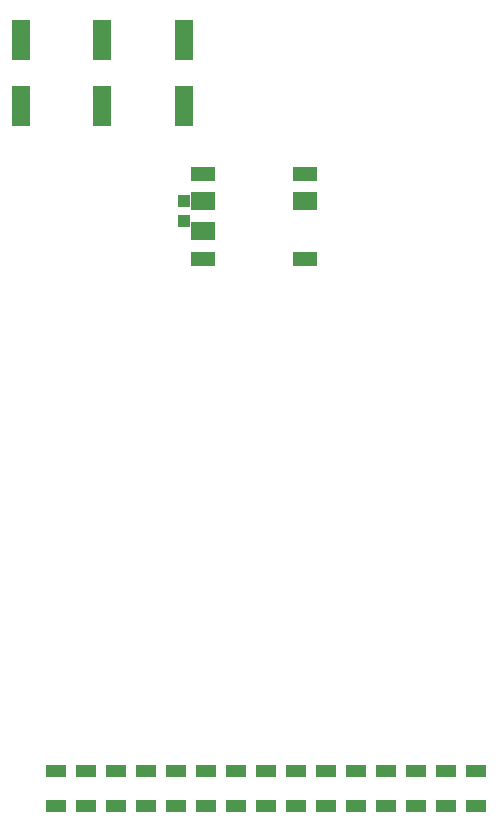
<source format=gtp>
G04*
G04 #@! TF.GenerationSoftware,Altium Limited,Altium Designer,23.0.1 (38)*
G04*
G04 Layer_Color=8421504*
%FSTAX44Y44*%
%MOMM*%
G71*
G04*
G04 #@! TF.SameCoordinates,819F8F0F-2E7A-4D06-A50E-73C9B09E9D71*
G04*
G04*
G04 #@! TF.FilePolarity,Positive*
G04*
G01*
G75*
%ADD14R,1.6000X3.5000*%
%ADD15R,2.0320X1.1684*%
%ADD16R,2.0320X1.5240*%
%ADD17R,1.8000X1.0000*%
%ADD18R,1.0000X1.1000*%
D14*
X00171958Y00679256D02*
D03*
Y00623256D02*
D03*
X00103124Y00679256D02*
D03*
Y00623256D02*
D03*
X00034544Y00679256D02*
D03*
Y00623256D02*
D03*
D15*
X00188468Y00566446D02*
D03*
Y00493802D02*
D03*
X00274828D02*
D03*
Y00566446D02*
D03*
D16*
X00188468Y00542824D02*
D03*
X00274828D02*
D03*
X00188468Y00517424D02*
D03*
D17*
X00419862Y00060706D02*
D03*
Y00030706D02*
D03*
X00394462Y00060706D02*
D03*
Y00030706D02*
D03*
X00369062D02*
D03*
Y00060706D02*
D03*
X00343662D02*
D03*
Y00030706D02*
D03*
X00318262Y00060706D02*
D03*
Y00030706D02*
D03*
X00292862Y00060706D02*
D03*
Y00030706D02*
D03*
X00267462Y00060706D02*
D03*
Y00030706D02*
D03*
X00242062Y00060706D02*
D03*
Y00030706D02*
D03*
X00216662Y00060706D02*
D03*
Y00030706D02*
D03*
X00191262Y00060706D02*
D03*
Y00030706D02*
D03*
X00165862Y00060706D02*
D03*
Y00030706D02*
D03*
X00140462Y00060706D02*
D03*
Y00030706D02*
D03*
X00115062Y00060706D02*
D03*
Y00030706D02*
D03*
X00089662Y00060706D02*
D03*
Y00030706D02*
D03*
X00064262Y00060706D02*
D03*
Y00030706D02*
D03*
D18*
X00172212Y00542824D02*
D03*
Y00525824D02*
D03*
M02*

</source>
